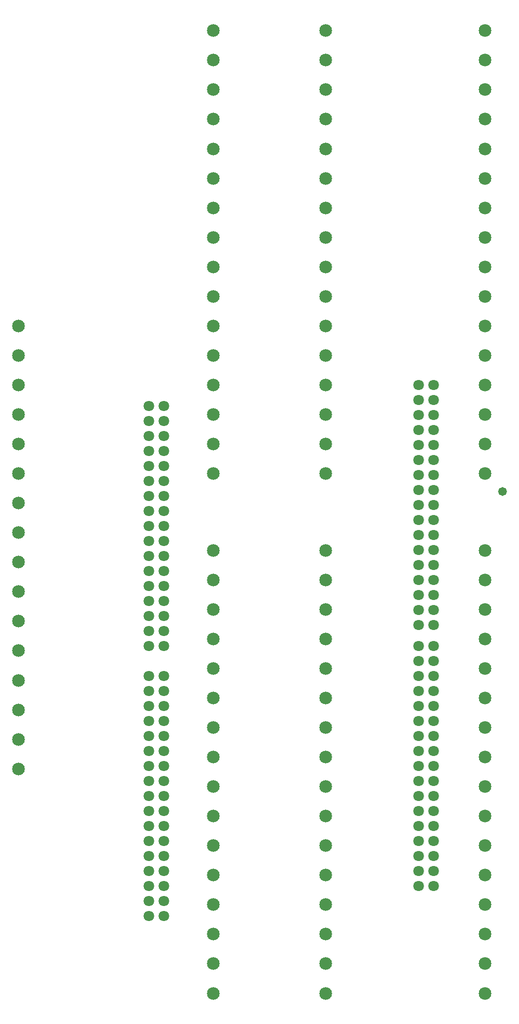
<source format=gbs>
G04*
G04 #@! TF.GenerationSoftware,Altium Limited,Altium Designer,24.4.1 (13)*
G04*
G04 Layer_Color=16711935*
%FSLAX25Y25*%
%MOIN*%
G70*
G04*
G04 #@! TF.SameCoordinates,F4A71C90-CAAB-4947-AAB5-C65089E2A4D9*
G04*
G04*
G04 #@! TF.FilePolarity,Negative*
G04*
G01*
G75*
%ADD12C,0.07099*%
%ADD13C,0.08477*%
%ADD14C,0.05800*%
D12*
X216850Y128740D02*
D03*
Y138740D02*
D03*
Y148740D02*
D03*
Y158740D02*
D03*
Y178740D02*
D03*
X226850Y118740D02*
D03*
Y178740D02*
D03*
Y168740D02*
D03*
Y158740D02*
D03*
Y148740D02*
D03*
Y138740D02*
D03*
X216850Y168740D02*
D03*
X226850Y128740D02*
D03*
X216850Y258740D02*
D03*
Y248740D02*
D03*
Y238740D02*
D03*
Y228740D02*
D03*
Y218740D02*
D03*
Y208740D02*
D03*
Y198740D02*
D03*
Y188740D02*
D03*
X226850D02*
D03*
Y198740D02*
D03*
Y208740D02*
D03*
Y218740D02*
D03*
Y228740D02*
D03*
Y238740D02*
D03*
Y248740D02*
D03*
Y258740D02*
D03*
X216850Y108740D02*
D03*
X226850Y98740D02*
D03*
X216850D02*
D03*
X226850Y108740D02*
D03*
X216850Y118740D02*
D03*
X406850Y128740D02*
D03*
X396850Y118740D02*
D03*
X406850D02*
D03*
X396850Y128740D02*
D03*
X406850Y278740D02*
D03*
Y268740D02*
D03*
Y258740D02*
D03*
Y248740D02*
D03*
Y238740D02*
D03*
Y228740D02*
D03*
Y218740D02*
D03*
Y208740D02*
D03*
X396850D02*
D03*
Y218740D02*
D03*
Y228740D02*
D03*
Y238740D02*
D03*
Y248740D02*
D03*
Y258740D02*
D03*
Y268740D02*
D03*
Y278740D02*
D03*
X406850Y148740D02*
D03*
X396850Y138740D02*
D03*
Y188740D02*
D03*
X406850Y158740D02*
D03*
Y168740D02*
D03*
Y178740D02*
D03*
Y188740D02*
D03*
Y198740D02*
D03*
Y138740D02*
D03*
X396850Y198740D02*
D03*
Y178740D02*
D03*
Y168740D02*
D03*
Y158740D02*
D03*
Y148740D02*
D03*
X406850Y302913D02*
D03*
X396850Y292913D02*
D03*
X406850D02*
D03*
X396850Y302913D02*
D03*
X406850Y452913D02*
D03*
Y442913D02*
D03*
Y432913D02*
D03*
Y422913D02*
D03*
Y412913D02*
D03*
Y402913D02*
D03*
Y392913D02*
D03*
Y382913D02*
D03*
X396850D02*
D03*
Y392913D02*
D03*
Y402913D02*
D03*
Y412913D02*
D03*
Y422913D02*
D03*
Y432913D02*
D03*
Y442913D02*
D03*
Y452913D02*
D03*
X406850Y322913D02*
D03*
X396850Y312913D02*
D03*
Y362913D02*
D03*
X406850Y332913D02*
D03*
Y342913D02*
D03*
Y352913D02*
D03*
Y362913D02*
D03*
Y372913D02*
D03*
Y312913D02*
D03*
X396850Y372913D02*
D03*
Y352913D02*
D03*
Y342913D02*
D03*
Y332913D02*
D03*
Y322913D02*
D03*
X226850Y288819D02*
D03*
X216850Y278819D02*
D03*
X226850D02*
D03*
X216850Y288819D02*
D03*
X226850Y438819D02*
D03*
Y428819D02*
D03*
Y418819D02*
D03*
Y408819D02*
D03*
Y398819D02*
D03*
Y388819D02*
D03*
Y378819D02*
D03*
Y368819D02*
D03*
X216850D02*
D03*
Y378819D02*
D03*
Y388819D02*
D03*
Y398819D02*
D03*
Y408819D02*
D03*
Y418819D02*
D03*
Y428819D02*
D03*
Y438819D02*
D03*
X226850Y308819D02*
D03*
X216850Y298819D02*
D03*
Y348819D02*
D03*
X226850Y318819D02*
D03*
Y328819D02*
D03*
Y338819D02*
D03*
Y348819D02*
D03*
Y358819D02*
D03*
Y298819D02*
D03*
X216850Y358819D02*
D03*
Y338819D02*
D03*
Y328819D02*
D03*
Y318819D02*
D03*
Y308819D02*
D03*
D13*
X334646Y688976D02*
D03*
Y669291D02*
D03*
Y649606D02*
D03*
Y629921D02*
D03*
Y610236D02*
D03*
Y590551D02*
D03*
Y570866D02*
D03*
Y551181D02*
D03*
Y531496D02*
D03*
Y511811D02*
D03*
Y492126D02*
D03*
Y472441D02*
D03*
Y452756D02*
D03*
Y433071D02*
D03*
Y413386D02*
D03*
Y393701D02*
D03*
X440945Y342520D02*
D03*
Y322835D02*
D03*
Y303150D02*
D03*
Y283465D02*
D03*
Y263779D02*
D03*
Y244094D02*
D03*
Y224409D02*
D03*
Y204724D02*
D03*
Y185039D02*
D03*
Y165354D02*
D03*
Y145669D02*
D03*
Y125984D02*
D03*
Y106299D02*
D03*
Y86614D02*
D03*
Y66929D02*
D03*
Y47244D02*
D03*
X440945Y688976D02*
D03*
Y669291D02*
D03*
Y649606D02*
D03*
Y629921D02*
D03*
Y610236D02*
D03*
Y590551D02*
D03*
Y570866D02*
D03*
Y551181D02*
D03*
Y531496D02*
D03*
Y511811D02*
D03*
Y492126D02*
D03*
Y472441D02*
D03*
Y452756D02*
D03*
Y433071D02*
D03*
Y413386D02*
D03*
Y393701D02*
D03*
X259842D02*
D03*
Y413386D02*
D03*
Y433071D02*
D03*
Y452756D02*
D03*
Y472441D02*
D03*
Y492126D02*
D03*
Y511811D02*
D03*
Y531496D02*
D03*
Y551181D02*
D03*
Y570866D02*
D03*
Y590551D02*
D03*
Y610236D02*
D03*
Y629921D02*
D03*
Y649606D02*
D03*
Y669291D02*
D03*
Y688976D02*
D03*
X334646Y342520D02*
D03*
Y322835D02*
D03*
Y303150D02*
D03*
Y283465D02*
D03*
Y263779D02*
D03*
Y244094D02*
D03*
Y224409D02*
D03*
Y204724D02*
D03*
Y185039D02*
D03*
Y165354D02*
D03*
Y145669D02*
D03*
Y125984D02*
D03*
Y106299D02*
D03*
Y86614D02*
D03*
Y66929D02*
D03*
Y47244D02*
D03*
X259842Y342520D02*
D03*
Y322835D02*
D03*
Y303150D02*
D03*
Y283465D02*
D03*
Y263779D02*
D03*
Y244094D02*
D03*
Y224409D02*
D03*
Y204724D02*
D03*
Y185039D02*
D03*
Y165354D02*
D03*
Y145669D02*
D03*
Y125984D02*
D03*
Y106299D02*
D03*
Y86614D02*
D03*
Y66929D02*
D03*
Y47244D02*
D03*
X129921Y492126D02*
D03*
Y472441D02*
D03*
Y452756D02*
D03*
Y433071D02*
D03*
Y413386D02*
D03*
Y393701D02*
D03*
Y374016D02*
D03*
Y354331D02*
D03*
Y334646D02*
D03*
Y314961D02*
D03*
Y295276D02*
D03*
Y275591D02*
D03*
Y255906D02*
D03*
Y236220D02*
D03*
Y216535D02*
D03*
Y196850D02*
D03*
D14*
X452756Y381890D02*
D03*
M02*

</source>
